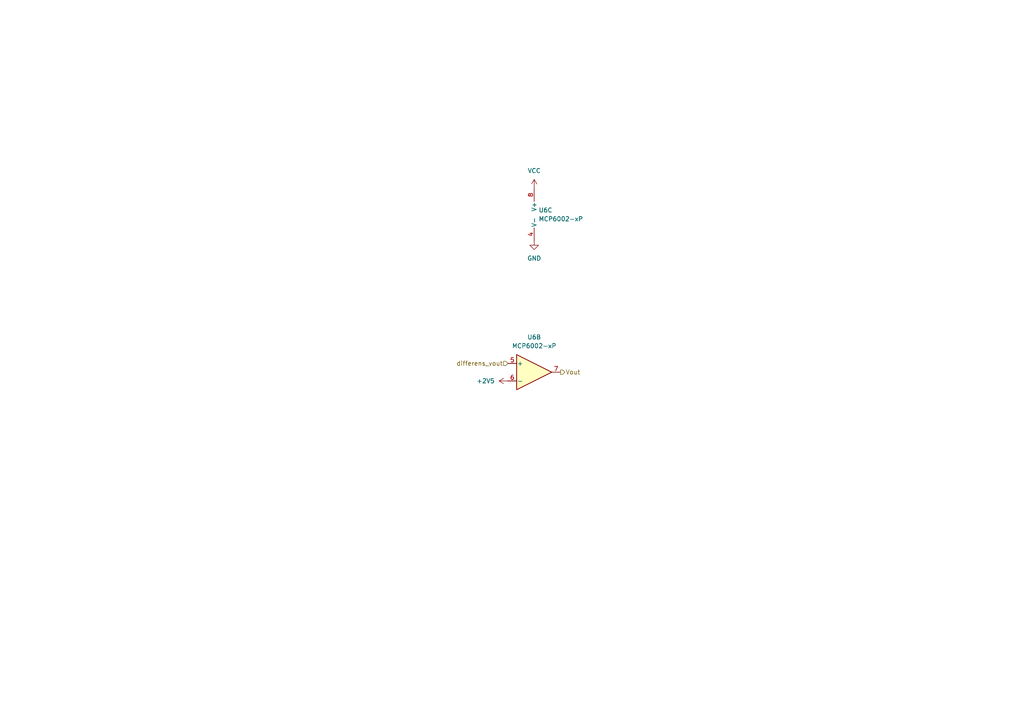
<source format=kicad_sch>
(kicad_sch (version 20250114) (generator "eeschema") (generator_version "9.0")
  (paper "A4")
  (lib_symbols
    (symbol "Amplifier_Operational:MCP6002-xP" (pin_names (offset 0.127))
      (property "Reference" "U" (at 0 5.08 0))
      (property "Value" "MCP6002-xP" (at 0 -5.08 0))
      (symbol "MCP6002-xP_1_1"
        (polyline (pts (xy -5.08 5.08) (xy 5.08 0) (xy -5.08 -5.08) (xy -5.08 5.08)) (stroke (width 0.254)) (fill (type background)))
        (pin input line (at -7.62 2.54 0) (length 2.54) (name "+") (number "3"))
        (pin input line (at -7.62 -2.54 0) (length 2.54) (name "-") (number "2"))
        (pin output line (at 7.62 0 180) (length 2.54) (name "~") (number "1"))
      )
      (symbol "MCP6002-xP_2_1"
        (polyline (pts (xy -5.08 5.08) (xy 5.08 0) (xy -5.08 -5.08) (xy -5.08 5.08)) (stroke (width 0.254)) (fill (type background)))
        (pin input line (at -7.62 2.54 0) (length 2.54) (name "+") (number "5"))
        (pin input line (at -7.62 -2.54 0) (length 2.54) (name "-") (number "6"))
        (pin output line (at 7.62 0 180) (length 2.54) (name "~") (number "7"))
      )
      (symbol "MCP6002-xP_3_1"
        (pin power_in line (at -2.54 7.62 270) (length 3.81) (name "V+") (number "8"))
        (pin power_in line (at -2.54 -7.62 90) (length 3.81) (name "V-") (number "4"))
      )
    )
    (symbol "power:+2V5" (power) (pin_numbers (hide yes)) (pin_names (offset 0) (hide yes))
      (property "Value" "+2V5" (at 0 3.556 0))
      (symbol "+2V5_0_1"
        (polyline (pts (xy -0.762 1.27) (xy 0 2.54)))
        (polyline (pts (xy 0 2.54) (xy 0.762 1.27)))
        (polyline (pts (xy 0 0) (xy 0 2.54)))
      )
      (symbol "+2V5_1_1"
        (pin power_in line (at 0 0 90) (length 0) (name "~") (number "1"))
      )
    )
    (symbol "power:GND" (power) (pin_numbers (hide yes)) (pin_names (offset 0) (hide yes))
      (property "Value" "GND" (at 0 -3.81 0))
      (symbol "GND_0_1"
        (polyline (pts (xy 0 0) (xy 0 -1.27) (xy 1.27 -1.27) (xy 0 -2.54) (xy -1.27 -1.27) (xy 0 -1.27)))
      )
      (symbol "GND_1_1"
        (pin power_in line (at 0 0 270) (length 0) (name "~") (number "1"))
      )
    )
    (symbol "power:VCC" (power) (pin_numbers (hide yes)) (pin_names (offset 0) (hide yes))
      (property "Value" "VCC" (at 0 3.556 0))
      (symbol "VCC_0_1"
        (polyline (pts (xy -0.762 1.27) (xy 0 2.54)))
        (polyline (pts (xy 0 2.54) (xy 0.762 1.27)))
        (polyline (pts (xy 0 0) (xy 0 2.54)))
      )
      (symbol "VCC_1_1"
        (pin power_in line (at 0 0 90) (length 0) (name "~") (number "1"))
      )
    )
  )
  (hierarchical_label "differens_vout" (shape input) (at 147.32 105.41 180))
  (hierarchical_label "Vout" (shape output) (at 162.56 107.95 0))
  (symbol (lib_id "Amplifier_Operational:MCP6002-xP") (at 157.48 62.23 0) (unit 3)
    (property "Reference" "U6" (at 156.21 60.9599 0) (effects (justify left)))
    (property "Value" "MCP6002-xP" (at 156.21 63.4999 0) (effects (justify left)))
    (property "Datasheet" "http://ww1.microchip.com/downloads/en/DeviceDoc/21733j.pdf" (effects (hide yes)))
    (property "Description" "1MHz, Low-Power Op Amp, DIP-8" (effects (hide yes)))
  )
  (symbol (lib_id "power:VCC") (at 154.94 54.61 0) (unit 1)
    (property "Reference" "#PWR016" (effects (hide yes)))
    (property "Value" "VCC" (at 154.94 49.53 0))
    (property "Description" "Power symbol creates a global label with name \"VCC\"" (effects (hide yes)))
  )
  (symbol (lib_id "Amplifier_Operational:MCP6002-xP") (at 154.94 107.95 0) (unit 2)
    (property "Reference" "U6" (at 154.94 97.79 0))
    (property "Value" "MCP6002-xP" (at 154.94 100.33 0))
    (property "Datasheet" "http://ww1.microchip.com/downloads/en/DeviceDoc/21733j.pdf" (effects (hide yes)))
    (property "Description" "1MHz, Low-Power Op Amp, DIP-8" (effects (hide yes)))
  )
  (symbol (lib_id "power:GND") (at 154.94 69.85 0) (unit 1)
    (property "Reference" "#PWR017" (effects (hide yes)))
    (property "Value" "GND" (at 154.94 74.93 0))
    (property "Description" "Power symbol creates a global label with name \"GND\" , ground" (effects (hide yes)))
  )
  (symbol (lib_id "power:+2V5") (at 147.32 110.49 90) (unit 1)
    (property "Reference" "#PWR022" (effects (hide yes)))
    (property "Value" "+2V5" (at 143.51 110.4899 90) (effects (justify left)))
    (property "Description" "Power symbol creates a global label with name \"+2V5\"" (effects (hide yes)))
  )
)
</source>
